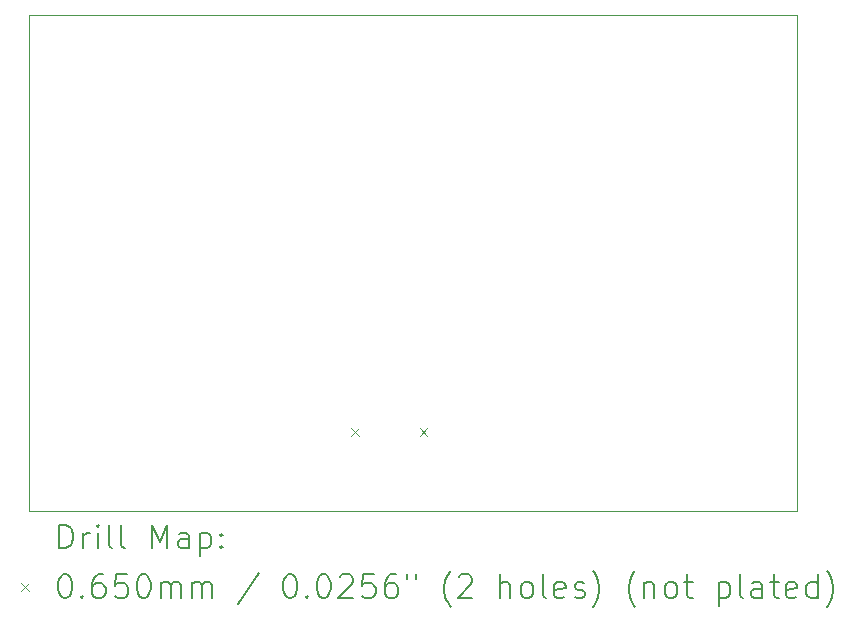
<source format=gbr>
%TF.GenerationSoftware,KiCad,Pcbnew,7.0.10*%
%TF.CreationDate,2025-07-15T10:48:53-04:00*%
%TF.ProjectId,EMGauntlet,454d4761-756e-4746-9c65-742e6b696361,rev?*%
%TF.SameCoordinates,Original*%
%TF.FileFunction,Drillmap*%
%TF.FilePolarity,Positive*%
%FSLAX45Y45*%
G04 Gerber Fmt 4.5, Leading zero omitted, Abs format (unit mm)*
G04 Created by KiCad (PCBNEW 7.0.10) date 2025-07-15 10:48:53*
%MOMM*%
%LPD*%
G01*
G04 APERTURE LIST*
%ADD10C,0.100000*%
%ADD11C,0.200000*%
G04 APERTURE END LIST*
D10*
X19400000Y-8150000D02*
X19400000Y-12350000D01*
X19400000Y-12350000D02*
X12900000Y-12350000D01*
X12900000Y-12350000D02*
X12900000Y-8150000D01*
X12900000Y-8150000D02*
X19400000Y-8150000D01*
D11*
D10*
X15628500Y-11649500D02*
X15693500Y-11714500D01*
X15693500Y-11649500D02*
X15628500Y-11714500D01*
X16206500Y-11649500D02*
X16271500Y-11714500D01*
X16271500Y-11649500D02*
X16206500Y-11714500D01*
D11*
X13155777Y-12666484D02*
X13155777Y-12466484D01*
X13155777Y-12466484D02*
X13203396Y-12466484D01*
X13203396Y-12466484D02*
X13231967Y-12476008D01*
X13231967Y-12476008D02*
X13251015Y-12495055D01*
X13251015Y-12495055D02*
X13260539Y-12514103D01*
X13260539Y-12514103D02*
X13270062Y-12552198D01*
X13270062Y-12552198D02*
X13270062Y-12580769D01*
X13270062Y-12580769D02*
X13260539Y-12618865D01*
X13260539Y-12618865D02*
X13251015Y-12637912D01*
X13251015Y-12637912D02*
X13231967Y-12656960D01*
X13231967Y-12656960D02*
X13203396Y-12666484D01*
X13203396Y-12666484D02*
X13155777Y-12666484D01*
X13355777Y-12666484D02*
X13355777Y-12533150D01*
X13355777Y-12571246D02*
X13365301Y-12552198D01*
X13365301Y-12552198D02*
X13374824Y-12542674D01*
X13374824Y-12542674D02*
X13393872Y-12533150D01*
X13393872Y-12533150D02*
X13412920Y-12533150D01*
X13479586Y-12666484D02*
X13479586Y-12533150D01*
X13479586Y-12466484D02*
X13470062Y-12476008D01*
X13470062Y-12476008D02*
X13479586Y-12485531D01*
X13479586Y-12485531D02*
X13489110Y-12476008D01*
X13489110Y-12476008D02*
X13479586Y-12466484D01*
X13479586Y-12466484D02*
X13479586Y-12485531D01*
X13603396Y-12666484D02*
X13584348Y-12656960D01*
X13584348Y-12656960D02*
X13574824Y-12637912D01*
X13574824Y-12637912D02*
X13574824Y-12466484D01*
X13708158Y-12666484D02*
X13689110Y-12656960D01*
X13689110Y-12656960D02*
X13679586Y-12637912D01*
X13679586Y-12637912D02*
X13679586Y-12466484D01*
X13936729Y-12666484D02*
X13936729Y-12466484D01*
X13936729Y-12466484D02*
X14003396Y-12609341D01*
X14003396Y-12609341D02*
X14070062Y-12466484D01*
X14070062Y-12466484D02*
X14070062Y-12666484D01*
X14251015Y-12666484D02*
X14251015Y-12561722D01*
X14251015Y-12561722D02*
X14241491Y-12542674D01*
X14241491Y-12542674D02*
X14222443Y-12533150D01*
X14222443Y-12533150D02*
X14184348Y-12533150D01*
X14184348Y-12533150D02*
X14165301Y-12542674D01*
X14251015Y-12656960D02*
X14231967Y-12666484D01*
X14231967Y-12666484D02*
X14184348Y-12666484D01*
X14184348Y-12666484D02*
X14165301Y-12656960D01*
X14165301Y-12656960D02*
X14155777Y-12637912D01*
X14155777Y-12637912D02*
X14155777Y-12618865D01*
X14155777Y-12618865D02*
X14165301Y-12599817D01*
X14165301Y-12599817D02*
X14184348Y-12590293D01*
X14184348Y-12590293D02*
X14231967Y-12590293D01*
X14231967Y-12590293D02*
X14251015Y-12580769D01*
X14346253Y-12533150D02*
X14346253Y-12733150D01*
X14346253Y-12542674D02*
X14365301Y-12533150D01*
X14365301Y-12533150D02*
X14403396Y-12533150D01*
X14403396Y-12533150D02*
X14422443Y-12542674D01*
X14422443Y-12542674D02*
X14431967Y-12552198D01*
X14431967Y-12552198D02*
X14441491Y-12571246D01*
X14441491Y-12571246D02*
X14441491Y-12628388D01*
X14441491Y-12628388D02*
X14431967Y-12647436D01*
X14431967Y-12647436D02*
X14422443Y-12656960D01*
X14422443Y-12656960D02*
X14403396Y-12666484D01*
X14403396Y-12666484D02*
X14365301Y-12666484D01*
X14365301Y-12666484D02*
X14346253Y-12656960D01*
X14527205Y-12647436D02*
X14536729Y-12656960D01*
X14536729Y-12656960D02*
X14527205Y-12666484D01*
X14527205Y-12666484D02*
X14517682Y-12656960D01*
X14517682Y-12656960D02*
X14527205Y-12647436D01*
X14527205Y-12647436D02*
X14527205Y-12666484D01*
X14527205Y-12542674D02*
X14536729Y-12552198D01*
X14536729Y-12552198D02*
X14527205Y-12561722D01*
X14527205Y-12561722D02*
X14517682Y-12552198D01*
X14517682Y-12552198D02*
X14527205Y-12542674D01*
X14527205Y-12542674D02*
X14527205Y-12561722D01*
D10*
X12830000Y-12962500D02*
X12895000Y-13027500D01*
X12895000Y-12962500D02*
X12830000Y-13027500D01*
D11*
X13193872Y-12886484D02*
X13212920Y-12886484D01*
X13212920Y-12886484D02*
X13231967Y-12896008D01*
X13231967Y-12896008D02*
X13241491Y-12905531D01*
X13241491Y-12905531D02*
X13251015Y-12924579D01*
X13251015Y-12924579D02*
X13260539Y-12962674D01*
X13260539Y-12962674D02*
X13260539Y-13010293D01*
X13260539Y-13010293D02*
X13251015Y-13048388D01*
X13251015Y-13048388D02*
X13241491Y-13067436D01*
X13241491Y-13067436D02*
X13231967Y-13076960D01*
X13231967Y-13076960D02*
X13212920Y-13086484D01*
X13212920Y-13086484D02*
X13193872Y-13086484D01*
X13193872Y-13086484D02*
X13174824Y-13076960D01*
X13174824Y-13076960D02*
X13165301Y-13067436D01*
X13165301Y-13067436D02*
X13155777Y-13048388D01*
X13155777Y-13048388D02*
X13146253Y-13010293D01*
X13146253Y-13010293D02*
X13146253Y-12962674D01*
X13146253Y-12962674D02*
X13155777Y-12924579D01*
X13155777Y-12924579D02*
X13165301Y-12905531D01*
X13165301Y-12905531D02*
X13174824Y-12896008D01*
X13174824Y-12896008D02*
X13193872Y-12886484D01*
X13346253Y-13067436D02*
X13355777Y-13076960D01*
X13355777Y-13076960D02*
X13346253Y-13086484D01*
X13346253Y-13086484D02*
X13336729Y-13076960D01*
X13336729Y-13076960D02*
X13346253Y-13067436D01*
X13346253Y-13067436D02*
X13346253Y-13086484D01*
X13527205Y-12886484D02*
X13489110Y-12886484D01*
X13489110Y-12886484D02*
X13470062Y-12896008D01*
X13470062Y-12896008D02*
X13460539Y-12905531D01*
X13460539Y-12905531D02*
X13441491Y-12934103D01*
X13441491Y-12934103D02*
X13431967Y-12972198D01*
X13431967Y-12972198D02*
X13431967Y-13048388D01*
X13431967Y-13048388D02*
X13441491Y-13067436D01*
X13441491Y-13067436D02*
X13451015Y-13076960D01*
X13451015Y-13076960D02*
X13470062Y-13086484D01*
X13470062Y-13086484D02*
X13508158Y-13086484D01*
X13508158Y-13086484D02*
X13527205Y-13076960D01*
X13527205Y-13076960D02*
X13536729Y-13067436D01*
X13536729Y-13067436D02*
X13546253Y-13048388D01*
X13546253Y-13048388D02*
X13546253Y-13000769D01*
X13546253Y-13000769D02*
X13536729Y-12981722D01*
X13536729Y-12981722D02*
X13527205Y-12972198D01*
X13527205Y-12972198D02*
X13508158Y-12962674D01*
X13508158Y-12962674D02*
X13470062Y-12962674D01*
X13470062Y-12962674D02*
X13451015Y-12972198D01*
X13451015Y-12972198D02*
X13441491Y-12981722D01*
X13441491Y-12981722D02*
X13431967Y-13000769D01*
X13727205Y-12886484D02*
X13631967Y-12886484D01*
X13631967Y-12886484D02*
X13622443Y-12981722D01*
X13622443Y-12981722D02*
X13631967Y-12972198D01*
X13631967Y-12972198D02*
X13651015Y-12962674D01*
X13651015Y-12962674D02*
X13698634Y-12962674D01*
X13698634Y-12962674D02*
X13717682Y-12972198D01*
X13717682Y-12972198D02*
X13727205Y-12981722D01*
X13727205Y-12981722D02*
X13736729Y-13000769D01*
X13736729Y-13000769D02*
X13736729Y-13048388D01*
X13736729Y-13048388D02*
X13727205Y-13067436D01*
X13727205Y-13067436D02*
X13717682Y-13076960D01*
X13717682Y-13076960D02*
X13698634Y-13086484D01*
X13698634Y-13086484D02*
X13651015Y-13086484D01*
X13651015Y-13086484D02*
X13631967Y-13076960D01*
X13631967Y-13076960D02*
X13622443Y-13067436D01*
X13860539Y-12886484D02*
X13879586Y-12886484D01*
X13879586Y-12886484D02*
X13898634Y-12896008D01*
X13898634Y-12896008D02*
X13908158Y-12905531D01*
X13908158Y-12905531D02*
X13917682Y-12924579D01*
X13917682Y-12924579D02*
X13927205Y-12962674D01*
X13927205Y-12962674D02*
X13927205Y-13010293D01*
X13927205Y-13010293D02*
X13917682Y-13048388D01*
X13917682Y-13048388D02*
X13908158Y-13067436D01*
X13908158Y-13067436D02*
X13898634Y-13076960D01*
X13898634Y-13076960D02*
X13879586Y-13086484D01*
X13879586Y-13086484D02*
X13860539Y-13086484D01*
X13860539Y-13086484D02*
X13841491Y-13076960D01*
X13841491Y-13076960D02*
X13831967Y-13067436D01*
X13831967Y-13067436D02*
X13822443Y-13048388D01*
X13822443Y-13048388D02*
X13812920Y-13010293D01*
X13812920Y-13010293D02*
X13812920Y-12962674D01*
X13812920Y-12962674D02*
X13822443Y-12924579D01*
X13822443Y-12924579D02*
X13831967Y-12905531D01*
X13831967Y-12905531D02*
X13841491Y-12896008D01*
X13841491Y-12896008D02*
X13860539Y-12886484D01*
X14012920Y-13086484D02*
X14012920Y-12953150D01*
X14012920Y-12972198D02*
X14022443Y-12962674D01*
X14022443Y-12962674D02*
X14041491Y-12953150D01*
X14041491Y-12953150D02*
X14070063Y-12953150D01*
X14070063Y-12953150D02*
X14089110Y-12962674D01*
X14089110Y-12962674D02*
X14098634Y-12981722D01*
X14098634Y-12981722D02*
X14098634Y-13086484D01*
X14098634Y-12981722D02*
X14108158Y-12962674D01*
X14108158Y-12962674D02*
X14127205Y-12953150D01*
X14127205Y-12953150D02*
X14155777Y-12953150D01*
X14155777Y-12953150D02*
X14174824Y-12962674D01*
X14174824Y-12962674D02*
X14184348Y-12981722D01*
X14184348Y-12981722D02*
X14184348Y-13086484D01*
X14279586Y-13086484D02*
X14279586Y-12953150D01*
X14279586Y-12972198D02*
X14289110Y-12962674D01*
X14289110Y-12962674D02*
X14308158Y-12953150D01*
X14308158Y-12953150D02*
X14336729Y-12953150D01*
X14336729Y-12953150D02*
X14355777Y-12962674D01*
X14355777Y-12962674D02*
X14365301Y-12981722D01*
X14365301Y-12981722D02*
X14365301Y-13086484D01*
X14365301Y-12981722D02*
X14374824Y-12962674D01*
X14374824Y-12962674D02*
X14393872Y-12953150D01*
X14393872Y-12953150D02*
X14422443Y-12953150D01*
X14422443Y-12953150D02*
X14441491Y-12962674D01*
X14441491Y-12962674D02*
X14451015Y-12981722D01*
X14451015Y-12981722D02*
X14451015Y-13086484D01*
X14841491Y-12876960D02*
X14670063Y-13134103D01*
X15098634Y-12886484D02*
X15117682Y-12886484D01*
X15117682Y-12886484D02*
X15136729Y-12896008D01*
X15136729Y-12896008D02*
X15146253Y-12905531D01*
X15146253Y-12905531D02*
X15155777Y-12924579D01*
X15155777Y-12924579D02*
X15165301Y-12962674D01*
X15165301Y-12962674D02*
X15165301Y-13010293D01*
X15165301Y-13010293D02*
X15155777Y-13048388D01*
X15155777Y-13048388D02*
X15146253Y-13067436D01*
X15146253Y-13067436D02*
X15136729Y-13076960D01*
X15136729Y-13076960D02*
X15117682Y-13086484D01*
X15117682Y-13086484D02*
X15098634Y-13086484D01*
X15098634Y-13086484D02*
X15079586Y-13076960D01*
X15079586Y-13076960D02*
X15070063Y-13067436D01*
X15070063Y-13067436D02*
X15060539Y-13048388D01*
X15060539Y-13048388D02*
X15051015Y-13010293D01*
X15051015Y-13010293D02*
X15051015Y-12962674D01*
X15051015Y-12962674D02*
X15060539Y-12924579D01*
X15060539Y-12924579D02*
X15070063Y-12905531D01*
X15070063Y-12905531D02*
X15079586Y-12896008D01*
X15079586Y-12896008D02*
X15098634Y-12886484D01*
X15251015Y-13067436D02*
X15260539Y-13076960D01*
X15260539Y-13076960D02*
X15251015Y-13086484D01*
X15251015Y-13086484D02*
X15241491Y-13076960D01*
X15241491Y-13076960D02*
X15251015Y-13067436D01*
X15251015Y-13067436D02*
X15251015Y-13086484D01*
X15384348Y-12886484D02*
X15403396Y-12886484D01*
X15403396Y-12886484D02*
X15422444Y-12896008D01*
X15422444Y-12896008D02*
X15431967Y-12905531D01*
X15431967Y-12905531D02*
X15441491Y-12924579D01*
X15441491Y-12924579D02*
X15451015Y-12962674D01*
X15451015Y-12962674D02*
X15451015Y-13010293D01*
X15451015Y-13010293D02*
X15441491Y-13048388D01*
X15441491Y-13048388D02*
X15431967Y-13067436D01*
X15431967Y-13067436D02*
X15422444Y-13076960D01*
X15422444Y-13076960D02*
X15403396Y-13086484D01*
X15403396Y-13086484D02*
X15384348Y-13086484D01*
X15384348Y-13086484D02*
X15365301Y-13076960D01*
X15365301Y-13076960D02*
X15355777Y-13067436D01*
X15355777Y-13067436D02*
X15346253Y-13048388D01*
X15346253Y-13048388D02*
X15336729Y-13010293D01*
X15336729Y-13010293D02*
X15336729Y-12962674D01*
X15336729Y-12962674D02*
X15346253Y-12924579D01*
X15346253Y-12924579D02*
X15355777Y-12905531D01*
X15355777Y-12905531D02*
X15365301Y-12896008D01*
X15365301Y-12896008D02*
X15384348Y-12886484D01*
X15527206Y-12905531D02*
X15536729Y-12896008D01*
X15536729Y-12896008D02*
X15555777Y-12886484D01*
X15555777Y-12886484D02*
X15603396Y-12886484D01*
X15603396Y-12886484D02*
X15622444Y-12896008D01*
X15622444Y-12896008D02*
X15631967Y-12905531D01*
X15631967Y-12905531D02*
X15641491Y-12924579D01*
X15641491Y-12924579D02*
X15641491Y-12943627D01*
X15641491Y-12943627D02*
X15631967Y-12972198D01*
X15631967Y-12972198D02*
X15517682Y-13086484D01*
X15517682Y-13086484D02*
X15641491Y-13086484D01*
X15822444Y-12886484D02*
X15727206Y-12886484D01*
X15727206Y-12886484D02*
X15717682Y-12981722D01*
X15717682Y-12981722D02*
X15727206Y-12972198D01*
X15727206Y-12972198D02*
X15746253Y-12962674D01*
X15746253Y-12962674D02*
X15793872Y-12962674D01*
X15793872Y-12962674D02*
X15812920Y-12972198D01*
X15812920Y-12972198D02*
X15822444Y-12981722D01*
X15822444Y-12981722D02*
X15831967Y-13000769D01*
X15831967Y-13000769D02*
X15831967Y-13048388D01*
X15831967Y-13048388D02*
X15822444Y-13067436D01*
X15822444Y-13067436D02*
X15812920Y-13076960D01*
X15812920Y-13076960D02*
X15793872Y-13086484D01*
X15793872Y-13086484D02*
X15746253Y-13086484D01*
X15746253Y-13086484D02*
X15727206Y-13076960D01*
X15727206Y-13076960D02*
X15717682Y-13067436D01*
X16003396Y-12886484D02*
X15965301Y-12886484D01*
X15965301Y-12886484D02*
X15946253Y-12896008D01*
X15946253Y-12896008D02*
X15936729Y-12905531D01*
X15936729Y-12905531D02*
X15917682Y-12934103D01*
X15917682Y-12934103D02*
X15908158Y-12972198D01*
X15908158Y-12972198D02*
X15908158Y-13048388D01*
X15908158Y-13048388D02*
X15917682Y-13067436D01*
X15917682Y-13067436D02*
X15927206Y-13076960D01*
X15927206Y-13076960D02*
X15946253Y-13086484D01*
X15946253Y-13086484D02*
X15984348Y-13086484D01*
X15984348Y-13086484D02*
X16003396Y-13076960D01*
X16003396Y-13076960D02*
X16012920Y-13067436D01*
X16012920Y-13067436D02*
X16022444Y-13048388D01*
X16022444Y-13048388D02*
X16022444Y-13000769D01*
X16022444Y-13000769D02*
X16012920Y-12981722D01*
X16012920Y-12981722D02*
X16003396Y-12972198D01*
X16003396Y-12972198D02*
X15984348Y-12962674D01*
X15984348Y-12962674D02*
X15946253Y-12962674D01*
X15946253Y-12962674D02*
X15927206Y-12972198D01*
X15927206Y-12972198D02*
X15917682Y-12981722D01*
X15917682Y-12981722D02*
X15908158Y-13000769D01*
X16098634Y-12886484D02*
X16098634Y-12924579D01*
X16174825Y-12886484D02*
X16174825Y-12924579D01*
X16470063Y-13162674D02*
X16460539Y-13153150D01*
X16460539Y-13153150D02*
X16441491Y-13124579D01*
X16441491Y-13124579D02*
X16431968Y-13105531D01*
X16431968Y-13105531D02*
X16422444Y-13076960D01*
X16422444Y-13076960D02*
X16412920Y-13029341D01*
X16412920Y-13029341D02*
X16412920Y-12991246D01*
X16412920Y-12991246D02*
X16422444Y-12943627D01*
X16422444Y-12943627D02*
X16431968Y-12915055D01*
X16431968Y-12915055D02*
X16441491Y-12896008D01*
X16441491Y-12896008D02*
X16460539Y-12867436D01*
X16460539Y-12867436D02*
X16470063Y-12857912D01*
X16536729Y-12905531D02*
X16546253Y-12896008D01*
X16546253Y-12896008D02*
X16565301Y-12886484D01*
X16565301Y-12886484D02*
X16612920Y-12886484D01*
X16612920Y-12886484D02*
X16631968Y-12896008D01*
X16631968Y-12896008D02*
X16641491Y-12905531D01*
X16641491Y-12905531D02*
X16651015Y-12924579D01*
X16651015Y-12924579D02*
X16651015Y-12943627D01*
X16651015Y-12943627D02*
X16641491Y-12972198D01*
X16641491Y-12972198D02*
X16527206Y-13086484D01*
X16527206Y-13086484D02*
X16651015Y-13086484D01*
X16889111Y-13086484D02*
X16889111Y-12886484D01*
X16974825Y-13086484D02*
X16974825Y-12981722D01*
X16974825Y-12981722D02*
X16965301Y-12962674D01*
X16965301Y-12962674D02*
X16946253Y-12953150D01*
X16946253Y-12953150D02*
X16917682Y-12953150D01*
X16917682Y-12953150D02*
X16898634Y-12962674D01*
X16898634Y-12962674D02*
X16889111Y-12972198D01*
X17098634Y-13086484D02*
X17079587Y-13076960D01*
X17079587Y-13076960D02*
X17070063Y-13067436D01*
X17070063Y-13067436D02*
X17060539Y-13048388D01*
X17060539Y-13048388D02*
X17060539Y-12991246D01*
X17060539Y-12991246D02*
X17070063Y-12972198D01*
X17070063Y-12972198D02*
X17079587Y-12962674D01*
X17079587Y-12962674D02*
X17098634Y-12953150D01*
X17098634Y-12953150D02*
X17127206Y-12953150D01*
X17127206Y-12953150D02*
X17146253Y-12962674D01*
X17146253Y-12962674D02*
X17155777Y-12972198D01*
X17155777Y-12972198D02*
X17165301Y-12991246D01*
X17165301Y-12991246D02*
X17165301Y-13048388D01*
X17165301Y-13048388D02*
X17155777Y-13067436D01*
X17155777Y-13067436D02*
X17146253Y-13076960D01*
X17146253Y-13076960D02*
X17127206Y-13086484D01*
X17127206Y-13086484D02*
X17098634Y-13086484D01*
X17279587Y-13086484D02*
X17260539Y-13076960D01*
X17260539Y-13076960D02*
X17251015Y-13057912D01*
X17251015Y-13057912D02*
X17251015Y-12886484D01*
X17431968Y-13076960D02*
X17412920Y-13086484D01*
X17412920Y-13086484D02*
X17374825Y-13086484D01*
X17374825Y-13086484D02*
X17355777Y-13076960D01*
X17355777Y-13076960D02*
X17346253Y-13057912D01*
X17346253Y-13057912D02*
X17346253Y-12981722D01*
X17346253Y-12981722D02*
X17355777Y-12962674D01*
X17355777Y-12962674D02*
X17374825Y-12953150D01*
X17374825Y-12953150D02*
X17412920Y-12953150D01*
X17412920Y-12953150D02*
X17431968Y-12962674D01*
X17431968Y-12962674D02*
X17441492Y-12981722D01*
X17441492Y-12981722D02*
X17441492Y-13000769D01*
X17441492Y-13000769D02*
X17346253Y-13019817D01*
X17517682Y-13076960D02*
X17536730Y-13086484D01*
X17536730Y-13086484D02*
X17574825Y-13086484D01*
X17574825Y-13086484D02*
X17593873Y-13076960D01*
X17593873Y-13076960D02*
X17603396Y-13057912D01*
X17603396Y-13057912D02*
X17603396Y-13048388D01*
X17603396Y-13048388D02*
X17593873Y-13029341D01*
X17593873Y-13029341D02*
X17574825Y-13019817D01*
X17574825Y-13019817D02*
X17546253Y-13019817D01*
X17546253Y-13019817D02*
X17527206Y-13010293D01*
X17527206Y-13010293D02*
X17517682Y-12991246D01*
X17517682Y-12991246D02*
X17517682Y-12981722D01*
X17517682Y-12981722D02*
X17527206Y-12962674D01*
X17527206Y-12962674D02*
X17546253Y-12953150D01*
X17546253Y-12953150D02*
X17574825Y-12953150D01*
X17574825Y-12953150D02*
X17593873Y-12962674D01*
X17670063Y-13162674D02*
X17679587Y-13153150D01*
X17679587Y-13153150D02*
X17698634Y-13124579D01*
X17698634Y-13124579D02*
X17708158Y-13105531D01*
X17708158Y-13105531D02*
X17717682Y-13076960D01*
X17717682Y-13076960D02*
X17727206Y-13029341D01*
X17727206Y-13029341D02*
X17727206Y-12991246D01*
X17727206Y-12991246D02*
X17717682Y-12943627D01*
X17717682Y-12943627D02*
X17708158Y-12915055D01*
X17708158Y-12915055D02*
X17698634Y-12896008D01*
X17698634Y-12896008D02*
X17679587Y-12867436D01*
X17679587Y-12867436D02*
X17670063Y-12857912D01*
X18031968Y-13162674D02*
X18022444Y-13153150D01*
X18022444Y-13153150D02*
X18003396Y-13124579D01*
X18003396Y-13124579D02*
X17993873Y-13105531D01*
X17993873Y-13105531D02*
X17984349Y-13076960D01*
X17984349Y-13076960D02*
X17974825Y-13029341D01*
X17974825Y-13029341D02*
X17974825Y-12991246D01*
X17974825Y-12991246D02*
X17984349Y-12943627D01*
X17984349Y-12943627D02*
X17993873Y-12915055D01*
X17993873Y-12915055D02*
X18003396Y-12896008D01*
X18003396Y-12896008D02*
X18022444Y-12867436D01*
X18022444Y-12867436D02*
X18031968Y-12857912D01*
X18108158Y-12953150D02*
X18108158Y-13086484D01*
X18108158Y-12972198D02*
X18117682Y-12962674D01*
X18117682Y-12962674D02*
X18136730Y-12953150D01*
X18136730Y-12953150D02*
X18165301Y-12953150D01*
X18165301Y-12953150D02*
X18184349Y-12962674D01*
X18184349Y-12962674D02*
X18193873Y-12981722D01*
X18193873Y-12981722D02*
X18193873Y-13086484D01*
X18317682Y-13086484D02*
X18298634Y-13076960D01*
X18298634Y-13076960D02*
X18289111Y-13067436D01*
X18289111Y-13067436D02*
X18279587Y-13048388D01*
X18279587Y-13048388D02*
X18279587Y-12991246D01*
X18279587Y-12991246D02*
X18289111Y-12972198D01*
X18289111Y-12972198D02*
X18298634Y-12962674D01*
X18298634Y-12962674D02*
X18317682Y-12953150D01*
X18317682Y-12953150D02*
X18346254Y-12953150D01*
X18346254Y-12953150D02*
X18365301Y-12962674D01*
X18365301Y-12962674D02*
X18374825Y-12972198D01*
X18374825Y-12972198D02*
X18384349Y-12991246D01*
X18384349Y-12991246D02*
X18384349Y-13048388D01*
X18384349Y-13048388D02*
X18374825Y-13067436D01*
X18374825Y-13067436D02*
X18365301Y-13076960D01*
X18365301Y-13076960D02*
X18346254Y-13086484D01*
X18346254Y-13086484D02*
X18317682Y-13086484D01*
X18441492Y-12953150D02*
X18517682Y-12953150D01*
X18470063Y-12886484D02*
X18470063Y-13057912D01*
X18470063Y-13057912D02*
X18479587Y-13076960D01*
X18479587Y-13076960D02*
X18498634Y-13086484D01*
X18498634Y-13086484D02*
X18517682Y-13086484D01*
X18736730Y-12953150D02*
X18736730Y-13153150D01*
X18736730Y-12962674D02*
X18755777Y-12953150D01*
X18755777Y-12953150D02*
X18793873Y-12953150D01*
X18793873Y-12953150D02*
X18812920Y-12962674D01*
X18812920Y-12962674D02*
X18822444Y-12972198D01*
X18822444Y-12972198D02*
X18831968Y-12991246D01*
X18831968Y-12991246D02*
X18831968Y-13048388D01*
X18831968Y-13048388D02*
X18822444Y-13067436D01*
X18822444Y-13067436D02*
X18812920Y-13076960D01*
X18812920Y-13076960D02*
X18793873Y-13086484D01*
X18793873Y-13086484D02*
X18755777Y-13086484D01*
X18755777Y-13086484D02*
X18736730Y-13076960D01*
X18946254Y-13086484D02*
X18927206Y-13076960D01*
X18927206Y-13076960D02*
X18917682Y-13057912D01*
X18917682Y-13057912D02*
X18917682Y-12886484D01*
X19108158Y-13086484D02*
X19108158Y-12981722D01*
X19108158Y-12981722D02*
X19098635Y-12962674D01*
X19098635Y-12962674D02*
X19079587Y-12953150D01*
X19079587Y-12953150D02*
X19041492Y-12953150D01*
X19041492Y-12953150D02*
X19022444Y-12962674D01*
X19108158Y-13076960D02*
X19089111Y-13086484D01*
X19089111Y-13086484D02*
X19041492Y-13086484D01*
X19041492Y-13086484D02*
X19022444Y-13076960D01*
X19022444Y-13076960D02*
X19012920Y-13057912D01*
X19012920Y-13057912D02*
X19012920Y-13038865D01*
X19012920Y-13038865D02*
X19022444Y-13019817D01*
X19022444Y-13019817D02*
X19041492Y-13010293D01*
X19041492Y-13010293D02*
X19089111Y-13010293D01*
X19089111Y-13010293D02*
X19108158Y-13000769D01*
X19174825Y-12953150D02*
X19251015Y-12953150D01*
X19203396Y-12886484D02*
X19203396Y-13057912D01*
X19203396Y-13057912D02*
X19212920Y-13076960D01*
X19212920Y-13076960D02*
X19231968Y-13086484D01*
X19231968Y-13086484D02*
X19251015Y-13086484D01*
X19393873Y-13076960D02*
X19374825Y-13086484D01*
X19374825Y-13086484D02*
X19336730Y-13086484D01*
X19336730Y-13086484D02*
X19317682Y-13076960D01*
X19317682Y-13076960D02*
X19308158Y-13057912D01*
X19308158Y-13057912D02*
X19308158Y-12981722D01*
X19308158Y-12981722D02*
X19317682Y-12962674D01*
X19317682Y-12962674D02*
X19336730Y-12953150D01*
X19336730Y-12953150D02*
X19374825Y-12953150D01*
X19374825Y-12953150D02*
X19393873Y-12962674D01*
X19393873Y-12962674D02*
X19403396Y-12981722D01*
X19403396Y-12981722D02*
X19403396Y-13000769D01*
X19403396Y-13000769D02*
X19308158Y-13019817D01*
X19574825Y-13086484D02*
X19574825Y-12886484D01*
X19574825Y-13076960D02*
X19555777Y-13086484D01*
X19555777Y-13086484D02*
X19517682Y-13086484D01*
X19517682Y-13086484D02*
X19498635Y-13076960D01*
X19498635Y-13076960D02*
X19489111Y-13067436D01*
X19489111Y-13067436D02*
X19479587Y-13048388D01*
X19479587Y-13048388D02*
X19479587Y-12991246D01*
X19479587Y-12991246D02*
X19489111Y-12972198D01*
X19489111Y-12972198D02*
X19498635Y-12962674D01*
X19498635Y-12962674D02*
X19517682Y-12953150D01*
X19517682Y-12953150D02*
X19555777Y-12953150D01*
X19555777Y-12953150D02*
X19574825Y-12962674D01*
X19651016Y-13162674D02*
X19660539Y-13153150D01*
X19660539Y-13153150D02*
X19679587Y-13124579D01*
X19679587Y-13124579D02*
X19689111Y-13105531D01*
X19689111Y-13105531D02*
X19698635Y-13076960D01*
X19698635Y-13076960D02*
X19708158Y-13029341D01*
X19708158Y-13029341D02*
X19708158Y-12991246D01*
X19708158Y-12991246D02*
X19698635Y-12943627D01*
X19698635Y-12943627D02*
X19689111Y-12915055D01*
X19689111Y-12915055D02*
X19679587Y-12896008D01*
X19679587Y-12896008D02*
X19660539Y-12867436D01*
X19660539Y-12867436D02*
X19651016Y-12857912D01*
M02*

</source>
